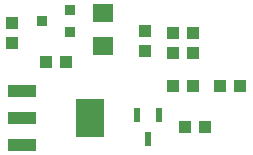
<source format=gtp>
%FSLAX25Y25*%
%MOIN*%
G70*
G01*
G75*
G04 Layer_Color=8421504*
%ADD10R,0.09449X0.03937*%
%ADD11R,0.09449X0.12992*%
%ADD12R,0.04331X0.03937*%
%ADD13R,0.03937X0.04331*%
%ADD14R,0.02362X0.05118*%
%ADD15R,0.03740X0.03543*%
%ADD16R,0.03740X0.03543*%
%ADD17R,0.07087X0.06299*%
%ADD18C,0.01969*%
%ADD19C,0.01181*%
%ADD20C,0.11811*%
%ADD21C,0.07874*%
%ADD22R,0.07874X0.07874*%
%ADD23C,0.09843*%
%ADD24C,0.05906*%
%ADD25R,0.19685X0.05118*%
%ADD26R,0.06299X0.07087*%
%ADD27R,0.09449X0.10236*%
%ADD28R,0.10236X0.09449*%
%ADD29R,0.05118X0.02362*%
%ADD30O,0.08661X0.02362*%
%ADD31O,0.07087X0.01181*%
%ADD32O,0.01181X0.07087*%
%ADD33R,0.03937X0.09449*%
%ADD34R,0.12992X0.09449*%
%ADD35O,0.02362X0.08661*%
%ADD36R,0.06299X0.04921*%
%ADD37R,0.09449X0.12992*%
%ADD38R,0.04921X0.06299*%
%ADD39R,0.09449X0.07087*%
%ADD40C,0.03937*%
%ADD41C,0.07874*%
%ADD42C,0.00984*%
%ADD43C,0.00787*%
%ADD44C,0.01000*%
D10*
X295669Y440158D02*
D03*
Y431102D02*
D03*
Y422047D02*
D03*
D11*
X318504Y431102D02*
D03*
D12*
X346063Y459646D02*
D03*
X352756D02*
D03*
X352756Y441929D02*
D03*
X346063D02*
D03*
X361811D02*
D03*
X368504D02*
D03*
X350000Y428150D02*
D03*
X356693D02*
D03*
X352756Y452756D02*
D03*
X346063D02*
D03*
X310433Y449803D02*
D03*
X303740D02*
D03*
D13*
X336614Y460039D02*
D03*
Y453346D02*
D03*
X292323Y462992D02*
D03*
Y456299D02*
D03*
D14*
X341339Y432283D02*
D03*
X333858D02*
D03*
X337598Y424016D02*
D03*
D15*
X311713Y459842D02*
D03*
X302461Y463583D02*
D03*
D16*
X311713Y467323D02*
D03*
D17*
X322835Y455118D02*
D03*
Y466142D02*
D03*
M02*

</source>
